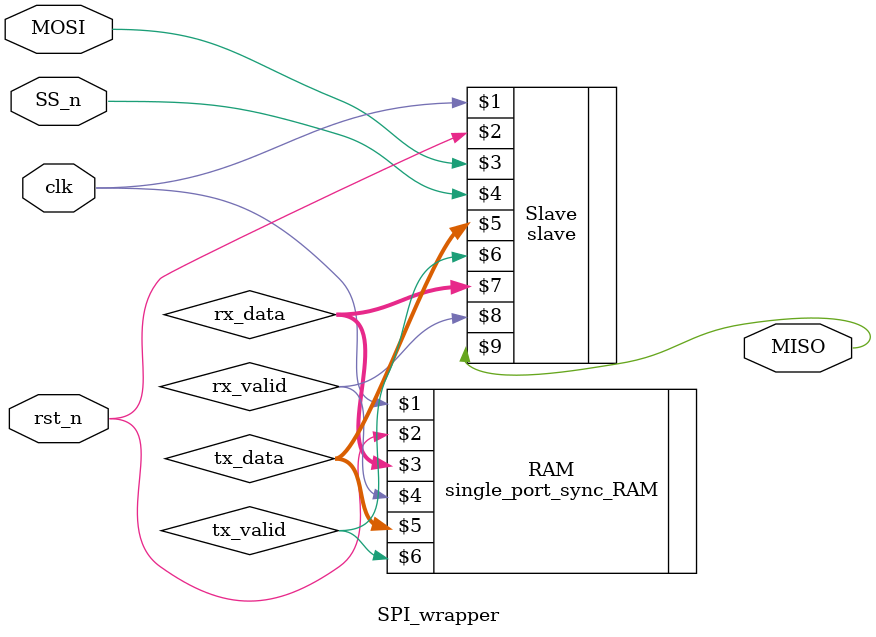
<source format=v>
module SPI_wrapper(MOSI , MISO , SS_n , clk , rst_n);

input MOSI , SS_n;
input clk , rst_n;
output MISO;

wire [9:0] rx_data;
wire [7:0] tx_data;
wire rx_valid , tx_valid;

slave Slave(clk , rst_n , MOSI , SS_n , tx_data , tx_valid
            , rx_data , rx_valid , MISO);

single_port_sync_RAM RAM (clk , rst_n , rx_data , rx_valid , tx_data , tx_valid);

endmodule
</source>
